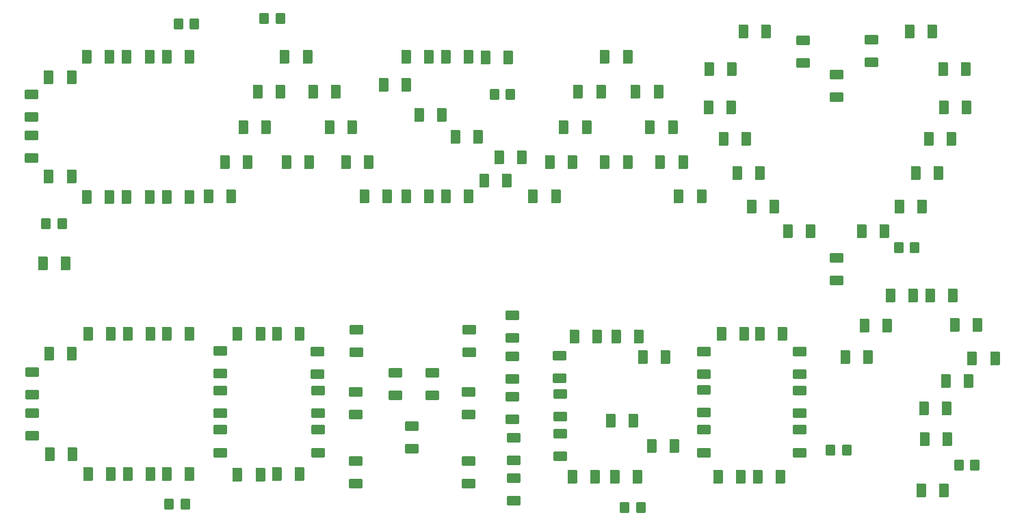
<source format=gbr>
%TF.GenerationSoftware,KiCad,Pcbnew,7.0.9*%
%TF.CreationDate,2024-02-13T17:02:03-03:00*%
%TF.ProjectId,pedido_casamento_smd,70656469-646f-45f6-9361-73616d656e74,rev?*%
%TF.SameCoordinates,Original*%
%TF.FileFunction,Paste,Top*%
%TF.FilePolarity,Positive*%
%FSLAX46Y46*%
G04 Gerber Fmt 4.6, Leading zero omitted, Abs format (unit mm)*
G04 Created by KiCad (PCBNEW 7.0.9) date 2024-02-13 17:02:03*
%MOMM*%
%LPD*%
G01*
G04 APERTURE LIST*
G04 Aperture macros list*
%AMRoundRect*
0 Rectangle with rounded corners*
0 $1 Rounding radius*
0 $2 $3 $4 $5 $6 $7 $8 $9 X,Y pos of 4 corners*
0 Add a 4 corners polygon primitive as box body*
4,1,4,$2,$3,$4,$5,$6,$7,$8,$9,$2,$3,0*
0 Add four circle primitives for the rounded corners*
1,1,$1+$1,$2,$3*
1,1,$1+$1,$4,$5*
1,1,$1+$1,$6,$7*
1,1,$1+$1,$8,$9*
0 Add four rect primitives between the rounded corners*
20,1,$1+$1,$2,$3,$4,$5,0*
20,1,$1+$1,$4,$5,$6,$7,0*
20,1,$1+$1,$6,$7,$8,$9,0*
20,1,$1+$1,$8,$9,$2,$3,0*%
G04 Aperture macros list end*
%ADD10RoundRect,0.250000X0.375000X0.625000X-0.375000X0.625000X-0.375000X-0.625000X0.375000X-0.625000X0*%
%ADD11RoundRect,0.250000X-0.350000X-0.450000X0.350000X-0.450000X0.350000X0.450000X-0.350000X0.450000X0*%
%ADD12RoundRect,0.250000X0.350000X0.450000X-0.350000X0.450000X-0.350000X-0.450000X0.350000X-0.450000X0*%
%ADD13RoundRect,0.250000X-0.375000X-0.625000X0.375000X-0.625000X0.375000X0.625000X-0.375000X0.625000X0*%
%ADD14RoundRect,0.250000X0.625000X-0.375000X0.625000X0.375000X-0.625000X0.375000X-0.625000X-0.375000X0*%
%ADD15RoundRect,0.250000X-0.625000X0.375000X-0.625000X-0.375000X0.625000X-0.375000X0.625000X0.375000X0*%
G04 APERTURE END LIST*
D10*
%TO.C,D22*%
X219560600Y-116430600D03*
X216760600Y-116430600D03*
%TD*%
D11*
%TO.C,R2*%
X109134400Y-122758200D03*
X111134400Y-122758200D03*
%TD*%
D12*
%TO.C,R3*%
X138100000Y-97300000D03*
X136100000Y-97300000D03*
%TD*%
D13*
%TO.C,D136*%
X210416600Y-135305800D03*
X213216600Y-135305800D03*
%TD*%
%TO.C,D55*%
X148587000Y-119329200D03*
X151387000Y-119329200D03*
%TD*%
%TO.C,D52*%
X142189200Y-106400600D03*
X144989200Y-106400600D03*
%TD*%
D10*
%TO.C,D25*%
X203733400Y-123698000D03*
X200933400Y-123698000D03*
%TD*%
D14*
%TO.C,D93*%
X147500800Y-138646400D03*
X147500800Y-135846400D03*
%TD*%
D15*
%TO.C,D128*%
X166855600Y-134100000D03*
X166855600Y-136900000D03*
%TD*%
D10*
%TO.C,D127*%
X195509800Y-136370201D03*
X192709800Y-136370201D03*
%TD*%
D13*
%TO.C,D77*%
X182118000Y-106375200D03*
X184918000Y-106375200D03*
%TD*%
D10*
%TO.C,D9*%
X222989600Y-103603600D03*
X220189600Y-103603600D03*
%TD*%
%TO.C,D67*%
X153723800Y-105537000D03*
X150923800Y-105537000D03*
%TD*%
D13*
%TO.C,D54*%
X146301000Y-115138200D03*
X149101000Y-115138200D03*
%TD*%
%TO.C,D68*%
X153746200Y-102108000D03*
X156546200Y-102108000D03*
%TD*%
%TO.C,D21*%
X194723600Y-116430600D03*
X197523600Y-116430600D03*
%TD*%
D14*
%TO.C,D31*%
X107318000Y-109553200D03*
X107318000Y-106753200D03*
%TD*%
D13*
%TO.C,D38*%
X119129000Y-102057200D03*
X121929000Y-102057200D03*
%TD*%
%TO.C,D79*%
X185166000Y-115112800D03*
X187966000Y-115112800D03*
%TD*%
D10*
%TO.C,D139*%
X224421000Y-135229600D03*
X221621000Y-135229600D03*
%TD*%
D13*
%TO.C,D78*%
X183896000Y-110769400D03*
X186696000Y-110769400D03*
%TD*%
%TO.C,D135*%
X208090000Y-139217400D03*
X210890000Y-139217400D03*
%TD*%
D14*
%TO.C,D92*%
X147450000Y-146383200D03*
X147450000Y-143583200D03*
%TD*%
D13*
%TO.C,D83*%
X109547200Y-138811000D03*
X112347200Y-138811000D03*
%TD*%
%TO.C,D71*%
X169418000Y-119303800D03*
X172218000Y-119303800D03*
%TD*%
D10*
%TO.C,D63*%
X166172800Y-117373400D03*
X163372800Y-117373400D03*
%TD*%
D15*
%TO.C,D124*%
X166855600Y-144133000D03*
X166855600Y-146933000D03*
%TD*%
D13*
%TO.C,D107*%
X174577200Y-136700401D03*
X177377200Y-136700401D03*
%TD*%
D11*
%TO.C,R14*%
X222100000Y-152650000D03*
X224100000Y-152650000D03*
%TD*%
D15*
%TO.C,D5*%
X202793600Y-100044600D03*
X202793600Y-102844600D03*
%TD*%
D13*
%TO.C,D23*%
X196440600Y-120621600D03*
X199240600Y-120621600D03*
%TD*%
%TO.C,D19*%
X193011600Y-112239600D03*
X195811600Y-112239600D03*
%TD*%
D14*
%TO.C,D95*%
X154358800Y-150584400D03*
X154358800Y-147784400D03*
%TD*%
D13*
%TO.C,D89*%
X124082000Y-136372600D03*
X126882000Y-136372600D03*
%TD*%
%TO.C,D33*%
X109474000Y-104597200D03*
X112274000Y-104597200D03*
%TD*%
%TO.C,D70*%
X163525200Y-102133400D03*
X166325200Y-102133400D03*
%TD*%
%TO.C,D51*%
X138935000Y-115138200D03*
X141735000Y-115138200D03*
%TD*%
D14*
%TO.C,D32*%
X107318000Y-114630200D03*
X107318000Y-111830200D03*
%TD*%
D11*
%TO.C,R12*%
X206200000Y-150750000D03*
X208200000Y-150750000D03*
%TD*%
D14*
%TO.C,D98*%
X161420000Y-146383200D03*
X161420000Y-143583200D03*
%TD*%
D13*
%TO.C,D138*%
X218598400Y-131648200D03*
X221398400Y-131648200D03*
%TD*%
D14*
%TO.C,D105*%
X172748400Y-146583400D03*
X172748400Y-143783400D03*
%TD*%
D13*
%TO.C,D114*%
X132842000Y-153769201D03*
X135642000Y-153769201D03*
%TD*%
D14*
%TO.C,D122*%
X167008000Y-152032400D03*
X167008000Y-149232400D03*
%TD*%
%TO.C,D125*%
X190579200Y-151054401D03*
X190579200Y-148254401D03*
%TD*%
D10*
%TO.C,D1*%
X111534400Y-127635000D03*
X108734400Y-127635000D03*
%TD*%
D13*
%TO.C,D72*%
X171511000Y-115112800D03*
X174311000Y-115112800D03*
%TD*%
%TO.C,D103*%
X174323200Y-154074001D03*
X177123200Y-154074001D03*
%TD*%
D10*
%TO.C,D20*%
X221211600Y-112239600D03*
X218411600Y-112239600D03*
%TD*%
D14*
%TO.C,D97*%
X161470800Y-138646400D03*
X161470800Y-135846400D03*
%TD*%
D13*
%TO.C,D76*%
X178308000Y-115112800D03*
X181108000Y-115112800D03*
%TD*%
%TO.C,D88*%
X119227600Y-153720800D03*
X122027600Y-153720800D03*
%TD*%
%TO.C,D65*%
X159816800Y-112014000D03*
X162616800Y-112014000D03*
%TD*%
%TO.C,D115*%
X137747200Y-136370201D03*
X140547200Y-136370201D03*
%TD*%
D14*
%TO.C,D91*%
X147450000Y-154866800D03*
X147450000Y-152066800D03*
%TD*%
D13*
%TO.C,D86*%
X114322400Y-153720800D03*
X117122400Y-153720800D03*
%TD*%
D10*
%TO.C,D24*%
X217594600Y-120621600D03*
X214794600Y-120621600D03*
%TD*%
D11*
%TO.C,R10*%
X180750000Y-157900000D03*
X182750000Y-157900000D03*
%TD*%
D13*
%TO.C,D85*%
X114322400Y-136398000D03*
X117122400Y-136398000D03*
%TD*%
%TO.C,D102*%
X179555600Y-154076400D03*
X182355600Y-154076400D03*
%TD*%
%TO.C,D100*%
X179041600Y-147142200D03*
X181841600Y-147142200D03*
%TD*%
%TO.C,D43*%
X124079000Y-102057200D03*
X126879000Y-102057200D03*
%TD*%
%TO.C,D47*%
X131315000Y-115138200D03*
X134115000Y-115138200D03*
%TD*%
D10*
%TO.C,D50*%
X141487000Y-102057200D03*
X138687000Y-102057200D03*
%TD*%
D13*
%TO.C,D39*%
X119126000Y-119456200D03*
X121926000Y-119456200D03*
%TD*%
D14*
%TO.C,D132*%
X202364800Y-141326201D03*
X202364800Y-138526201D03*
%TD*%
D11*
%TO.C,R7*%
X124350000Y-157450000D03*
X126350000Y-157450000D03*
%TD*%
D13*
%TO.C,D129*%
X192328800Y-154076400D03*
X195128800Y-154076400D03*
%TD*%
D14*
%TO.C,D6*%
X211302600Y-102717600D03*
X211302600Y-99917600D03*
%TD*%
D13*
%TO.C,D7*%
X216059600Y-98904600D03*
X218859600Y-98904600D03*
%TD*%
%TO.C,D143*%
X217909600Y-149428200D03*
X220709600Y-149428200D03*
%TD*%
D10*
%TO.C,D26*%
X212877400Y-123698000D03*
X210077400Y-123698000D03*
%TD*%
%TO.C,D74*%
X177806000Y-106375200D03*
X175006000Y-106375200D03*
%TD*%
D14*
%TO.C,D120*%
X167008000Y-157022800D03*
X167008000Y-154222800D03*
%TD*%
%TO.C,D99*%
X161420000Y-154866800D03*
X161420000Y-152066800D03*
%TD*%
%TO.C,D133*%
X202364800Y-146183000D03*
X202364800Y-143383000D03*
%TD*%
D13*
%TO.C,D61*%
X153746200Y-119329200D03*
X156546200Y-119329200D03*
%TD*%
D14*
%TO.C,D134*%
X202364800Y-151054401D03*
X202364800Y-148254401D03*
%TD*%
D11*
%TO.C,R9*%
X125500000Y-98000000D03*
X127500000Y-98000000D03*
%TD*%
D13*
%TO.C,D34*%
X109474000Y-116916200D03*
X112274000Y-116916200D03*
%TD*%
D14*
%TO.C,D104*%
X172748400Y-151542400D03*
X172748400Y-148742400D03*
%TD*%
%TO.C,D96*%
X156898800Y-143980400D03*
X156898800Y-141180400D03*
%TD*%
D13*
%TO.C,D53*%
X144269000Y-110794800D03*
X147069000Y-110794800D03*
%TD*%
%TO.C,D116*%
X137747200Y-153743801D03*
X140547200Y-153743801D03*
%TD*%
D12*
%TO.C,R15*%
X216650000Y-125650000D03*
X214650000Y-125650000D03*
%TD*%
D13*
%TO.C,D113*%
X132842000Y-136395601D03*
X135642000Y-136395601D03*
%TD*%
%TO.C,D48*%
X133601000Y-110794800D03*
X136401000Y-110794800D03*
%TD*%
%TO.C,D36*%
X114170000Y-102057200D03*
X116970000Y-102057200D03*
%TD*%
D14*
%TO.C,D121*%
X190579200Y-141379400D03*
X190579200Y-138579400D03*
%TD*%
D13*
%TO.C,D140*%
X223774000Y-139369800D03*
X226574000Y-139369800D03*
%TD*%
D14*
%TO.C,D110*%
X130660600Y-141275401D03*
X130660600Y-138475401D03*
%TD*%
%TO.C,D119*%
X142827200Y-151054401D03*
X142827200Y-148254401D03*
%TD*%
D13*
%TO.C,D131*%
X197259400Y-154051000D03*
X200059400Y-154051000D03*
%TD*%
%TO.C,D144*%
X217452400Y-155727400D03*
X220252400Y-155727400D03*
%TD*%
%TO.C,D137*%
X213639400Y-131648200D03*
X216439400Y-131648200D03*
%TD*%
D14*
%TO.C,D94*%
X152326800Y-143980400D03*
X152326800Y-141180400D03*
%TD*%
%TO.C,D82*%
X107445000Y-143904200D03*
X107445000Y-141104200D03*
%TD*%
%TO.C,D118*%
X142776400Y-146183000D03*
X142776400Y-143383000D03*
%TD*%
D13*
%TO.C,D130*%
X197513400Y-136370201D03*
X200313400Y-136370201D03*
%TD*%
D14*
%TO.C,D3*%
X206933800Y-107035600D03*
X206933800Y-104235600D03*
%TD*%
%TO.C,D4*%
X206933800Y-129720800D03*
X206933800Y-126920800D03*
%TD*%
D13*
%TO.C,D16*%
X191106600Y-108302600D03*
X193906600Y-108302600D03*
%TD*%
D10*
%TO.C,D73*%
X176028000Y-110769400D03*
X173228000Y-110769400D03*
%TD*%
D13*
%TO.C,D62*%
X158623000Y-119354600D03*
X161423000Y-119354600D03*
%TD*%
%TO.C,D101*%
X184070800Y-150266400D03*
X186870800Y-150266400D03*
%TD*%
%TO.C,D44*%
X124079000Y-119456200D03*
X126879000Y-119456200D03*
%TD*%
D14*
%TO.C,D106*%
X172672200Y-141836600D03*
X172672200Y-139036600D03*
%TD*%
D13*
%TO.C,D49*%
X135331200Y-106400600D03*
X138131200Y-106400600D03*
%TD*%
D14*
%TO.C,D126*%
X166855600Y-141986000D03*
X166855600Y-139186000D03*
%TD*%
D13*
%TO.C,D75*%
X178308000Y-102031800D03*
X181108000Y-102031800D03*
%TD*%
%TO.C,D87*%
X119227600Y-136372600D03*
X122027600Y-136372600D03*
%TD*%
%TO.C,D142*%
X217833400Y-145592800D03*
X220633400Y-145592800D03*
%TD*%
D14*
%TO.C,D117*%
X142725600Y-141326201D03*
X142725600Y-138526201D03*
%TD*%
%TO.C,D112*%
X130660600Y-151054401D03*
X130660600Y-148254401D03*
%TD*%
D13*
%TO.C,D46*%
X129283000Y-119329200D03*
X132083000Y-119329200D03*
%TD*%
D14*
%TO.C,D81*%
X107419600Y-148974000D03*
X107419600Y-146174000D03*
%TD*%
%TO.C,D123*%
X190579200Y-146129200D03*
X190579200Y-143329200D03*
%TD*%
D11*
%TO.C,R5*%
X164600000Y-106750000D03*
X166600000Y-106750000D03*
%TD*%
D13*
%TO.C,D80*%
X187452000Y-119303800D03*
X190252000Y-119303800D03*
%TD*%
D10*
%TO.C,D109*%
X185829400Y-139217400D03*
X183029400Y-139217400D03*
%TD*%
D13*
%TO.C,D69*%
X158594600Y-102082600D03*
X161394600Y-102082600D03*
%TD*%
%TO.C,D141*%
X220497400Y-142163800D03*
X223297400Y-142163800D03*
%TD*%
D10*
%TO.C,D64*%
X168001600Y-114503200D03*
X165201600Y-114503200D03*
%TD*%
D13*
%TO.C,D84*%
X109575600Y-151282400D03*
X112375600Y-151282400D03*
%TD*%
D10*
%TO.C,D17*%
X223055600Y-108302600D03*
X220255600Y-108302600D03*
%TD*%
D13*
%TO.C,D90*%
X124082000Y-153746200D03*
X126882000Y-153746200D03*
%TD*%
%TO.C,D108*%
X179682600Y-136702800D03*
X182482600Y-136702800D03*
%TD*%
%TO.C,D66*%
X155318000Y-109296200D03*
X158118000Y-109296200D03*
%TD*%
%TO.C,D10*%
X191233600Y-103603600D03*
X194033600Y-103603600D03*
%TD*%
D14*
%TO.C,D111*%
X130660600Y-146183000D03*
X130660600Y-143383000D03*
%TD*%
D13*
%TO.C,D37*%
X114170000Y-119456200D03*
X116970000Y-119456200D03*
%TD*%
%TO.C,D8*%
X195424600Y-98904600D03*
X198224600Y-98904600D03*
%TD*%
M02*

</source>
